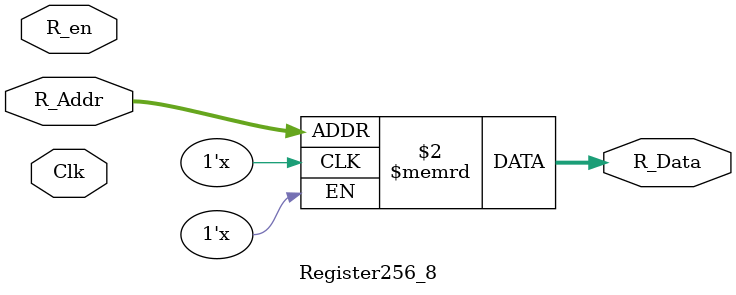
<source format=v>
`timescale 1ns / 1ps

module Register256_8(R_Addr, R_en, R_Data, Clk);

    input [7:0] R_Addr;
    input R_en;
    output reg [7:0] R_Data;
    input Clk;
    
    reg [7:0] RegFile [0:255];
    
    // Read procedure
//    always @* begin
//        if(R_en == 1)
//            R_Data <= RegFile[R_Addr];
//        else
//            R_Data <= 32'hZZZZZZZZ;
//     end

    // Read procedure
    always @* begin
        R_Data <= RegFile[R_Addr];
     end

endmodule

</source>
